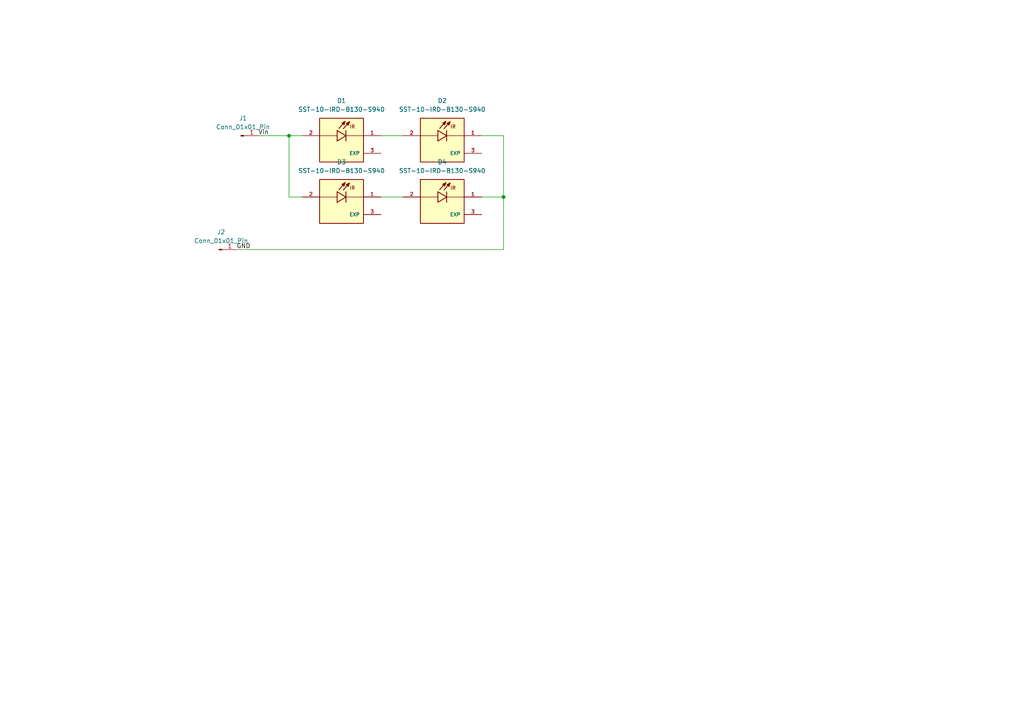
<source format=kicad_sch>
(kicad_sch (version 20230121) (generator eeschema)
  (paper "A4")
  (lib_symbols
    (symbol "Connector:Conn_01x01_Pin" (pin_names (offset 1.016) hide)
      (property "Reference" "J" (at 0 2.54 0))
      (property "Value" "Conn_01x01_Pin" (at 0 -2.54 0))
      (symbol "Conn_01x01_Pin_1_1"
        (polyline (pts (xy 1.27 0) (xy 0.8636 0)) (stroke (width 0.1524)))
        (rectangle (start 0.8636 0.127) (end 0 -0.127) (stroke (width 0.1524)) (fill (type outline)))
        (pin passive line (at 5.08 0 180) (length 3.81) (name "Pin_1") (number "1"))
      )
    )
    (symbol "SST-10-IRD-B130-S940:SST-10-IRD-B130-S940" (pin_names (offset 1.016))
      (property "Reference" "D" (at -7.62 6.35 0))
      (property "Value" "SST-10-IRD-B130-S940" (at -7.62 -8.89 0))
      (symbol "SST-10-IRD-B130-S940_0_0"
        (rectangle (start -7.62 -7.62) (end 5.08 5.08) (stroke (width 0.254)) (fill (type background)))
        (polyline (pts (xy -2.54 -1.524) (xy 0 0)) (stroke (width 0.254)))
        (polyline (pts (xy -2.54 0) (xy -7.62 0)) (stroke (width 0.1524)))
        (polyline (pts (xy -2.54 0) (xy -2.54 -1.524)) (stroke (width 0.254)))
        (polyline (pts (xy -2.54 1.524) (xy -2.54 0)) (stroke (width 0.254)))
        (polyline (pts (xy -1.1176 3.683) (xy -0.2286 4.1656)) (stroke (width 0.254)))
        (polyline (pts (xy -0.9398 3.6068) (xy -0.7112 3.7592)) (stroke (width 0.254)))
        (polyline (pts (xy -0.5588 3.2004) (xy -1.1176 3.683)) (stroke (width 0.254)))
        (polyline (pts (xy -0.5588 3.2004) (xy -0.5334 3.937)) (stroke (width 0.254)))
        (polyline (pts (xy -0.5334 3.937) (xy -0.6604 3.937)) (stroke (width 0.254)))
        (polyline (pts (xy -0.2286 4.1656) (xy -2.0066 2.1336)) (stroke (width 0.254)))
        (polyline (pts (xy -0.2286 4.1656) (xy -0.5588 3.2004)) (stroke (width 0.254)))
        (polyline (pts (xy 0 0) (xy -2.54 1.524)) (stroke (width 0.254)))
        (polyline (pts (xy 0 0) (xy 0 -1.524)) (stroke (width 0.254)))
        (polyline (pts (xy 0 1.524) (xy 0 0)) (stroke (width 0.254)))
        (polyline (pts (xy 0.127 3.5814) (xy 1.016 4.064)) (stroke (width 0.254)))
        (polyline (pts (xy 0.3048 3.5052) (xy 0.5334 3.6576)) (stroke (width 0.254)))
        (polyline (pts (xy 0.6858 3.0988) (xy 0.127 3.5814)) (stroke (width 0.254)))
        (polyline (pts (xy 0.6858 3.0988) (xy 0.7112 3.8354)) (stroke (width 0.254)))
        (polyline (pts (xy 0.7112 3.8354) (xy 0.5842 3.8354)) (stroke (width 0.254)))
        (polyline (pts (xy 1.016 4.064) (xy -0.762 2.032)) (stroke (width 0.254)))
        (polyline (pts (xy 1.016 4.064) (xy 0.6858 3.0988)) (stroke (width 0.254)))
        (polyline (pts (xy 5.08 0) (xy 0 0)) (stroke (width 0.1524)))
        (text "IR" (at 1.016 2.032 0) (effects (font (size 1.016 1.016)) (justify left bottom)))
        (pin passive line (at 10.16 0 180) (length 5.08) (name "~") (number "1"))
        (pin passive line (at -12.7 0 0) (length 5.08) (name "~") (number "2"))
        (pin passive line (at 10.16 -5.08 180) (length 5.08) (name "EXP") (number "3"))
      )
    )
  )
  (junction (at 146.05 57.15))
  (junction (at 83.82 39.37))
  (wire (pts (xy 87.63 57.15) (xy 83.82 57.15)))
  (wire (pts (xy 139.7 57.15) (xy 146.05 57.15)))
  (wire (pts (xy 74.93 39.37) (xy 83.82 39.37)))
  (wire (pts (xy 68.58 72.39) (xy 146.05 72.39)))
  (wire (pts (xy 139.7 39.37) (xy 146.05 39.37)))
  (wire (pts (xy 83.82 39.37) (xy 87.63 39.37)))
  (wire (pts (xy 146.05 57.15) (xy 146.05 72.39)))
  (wire (pts (xy 83.82 57.15) (xy 83.82 39.37)))
  (wire (pts (xy 110.49 39.37) (xy 116.84 39.37)))
  (wire (pts (xy 146.05 39.37) (xy 146.05 57.15)))
  (wire (pts (xy 110.49 57.15) (xy 116.84 57.15)))
  (label "GND" (at 68.58 72.39 0))
  (label "Vin" (at 74.93 39.37 0))
  (symbol (lib_id "SST-10-IRD-B130-S940:SST-10-IRD-B130-S940") (at 100.33 57.15 0) (unit 1)
    (property "Reference" "D3" (at 99.06 46.99 0))
    (property "Value" "SST-10-IRD-B130-S940" (at 99.06 49.53 0))
    (property "Footprint" "SST-10-IRD-B130-S940:XLAMP XE-G" (effects hide))
    (property "MF" "Luminus Devices Inc." (effects hide))
    (property "MAXIMUM_PACKAGE_HEIGHT" "2.03 mm" (effects hide))
    (property "Package" "None" (effects hide))
    (property "Price" "None" (effects hide))
    (property "Check_prices" "https://www.snapeda.com/parts/SST-10-IRD-B130-S940/Luminus+Devices+Inc./view-part/?ref=eda" (effects hide))
    (property "STANDARD" "Manufacturer Recommendations" (effects hide))
    (property "PARTREV" "01" (effects hide))
    (property "SnapEDA_Link" "https://www.snapeda.com/parts/SST-10-IRD-B130-S940/Luminus+Devices+Inc./view-part/?ref=snap" (effects hide))
    (property "MP" "SST-10-IRD-B130-S940" (effects hide))
    (property "Purchase-URL" "https://www.snapeda.com/api/url_track_click_mouser/?unipart_id=4889797&manufacturer=Luminus Devices Inc.&part_name=SST-10-IRD-B130-S940&search_term=None" (effects hide))
    (property "Description" "\nInfrared (IR) Emitter 950nm 2.8V 1.5A 410mW/sr @ 1A (Typ) 130° 1414 (3535 Metric)\n" (effects hide))
    (property "Availability" "In Stock" (effects hide))
    (property "MANUFACTURER" "Luminus" (effects hide))
  )
  (symbol (lib_id "SST-10-IRD-B130-S940:SST-10-IRD-B130-S940") (at 129.54 57.15 0) (unit 1)
    (property "Reference" "D4" (at 128.27 46.99 0))
    (property "Value" "SST-10-IRD-B130-S940" (at 128.27 49.53 0))
    (property "Footprint" "SST-10-IRD-B130-S940:XLAMP XE-G" (effects hide))
    (property "MF" "Luminus Devices Inc." (effects hide))
    (property "MAXIMUM_PACKAGE_HEIGHT" "2.03 mm" (effects hide))
    (property "Package" "None" (effects hide))
    (property "Price" "None" (effects hide))
    (property "Check_prices" "https://www.snapeda.com/parts/SST-10-IRD-B130-S940/Luminus+Devices+Inc./view-part/?ref=eda" (effects hide))
    (property "STANDARD" "Manufacturer Recommendations" (effects hide))
    (property "PARTREV" "01" (effects hide))
    (property "SnapEDA_Link" "https://www.snapeda.com/parts/SST-10-IRD-B130-S940/Luminus+Devices+Inc./view-part/?ref=snap" (effects hide))
    (property "MP" "SST-10-IRD-B130-S940" (effects hide))
    (property "Purchase-URL" "https://www.snapeda.com/api/url_track_click_mouser/?unipart_id=4889797&manufacturer=Luminus Devices Inc.&part_name=SST-10-IRD-B130-S940&search_term=None" (effects hide))
    (property "Description" "\nInfrared (IR) Emitter 950nm 2.8V 1.5A 410mW/sr @ 1A (Typ) 130° 1414 (3535 Metric)\n" (effects hide))
    (property "Availability" "In Stock" (effects hide))
    (property "MANUFACTURER" "Luminus" (effects hide))
  )
  (symbol (lib_id "Connector:Conn_01x01_Pin") (at 69.85 39.37 0) (unit 1)
    (property "Reference" "J1" (at 70.485 34.29 0))
    (property "Value" "Conn_01x01_Pin" (at 70.485 36.83 0))
    (property "Footprint" "Connector_PinHeader_1.00mm:PinHeader_1x01_P1.00mm_Vertical" (effects hide))
  )
  (symbol (lib_id "SST-10-IRD-B130-S940:SST-10-IRD-B130-S940") (at 100.33 39.37 0) (unit 1)
    (property "Reference" "D1" (at 99.06 29.21 0))
    (property "Value" "SST-10-IRD-B130-S940" (at 99.06 31.75 0))
    (property "Footprint" "SST-10-IRD-B130-S940:XLAMP XE-G" (effects hide))
    (property "MF" "Luminus Devices Inc." (effects hide))
    (property "MAXIMUM_PACKAGE_HEIGHT" "2.03 mm" (effects hide))
    (property "Package" "None" (effects hide))
    (property "Price" "None" (effects hide))
    (property "Check_prices" "https://www.snapeda.com/parts/SST-10-IRD-B130-S940/Luminus+Devices+Inc./view-part/?ref=eda" (effects hide))
    (property "STANDARD" "Manufacturer Recommendations" (effects hide))
    (property "PARTREV" "01" (effects hide))
    (property "SnapEDA_Link" "https://www.snapeda.com/parts/SST-10-IRD-B130-S940/Luminus+Devices+Inc./view-part/?ref=snap" (effects hide))
    (property "MP" "SST-10-IRD-B130-S940" (effects hide))
    (property "Purchase-URL" "https://www.snapeda.com/api/url_track_click_mouser/?unipart_id=4889797&manufacturer=Luminus Devices Inc.&part_name=SST-10-IRD-B130-S940&search_term=None" (effects hide))
    (property "Description" "\nInfrared (IR) Emitter 950nm 2.8V 1.5A 410mW/sr @ 1A (Typ) 130° 1414 (3535 Metric)\n" (effects hide))
    (property "Availability" "In Stock" (effects hide))
    (property "MANUFACTURER" "Luminus" (effects hide))
  )
  (symbol (lib_id "SST-10-IRD-B130-S940:SST-10-IRD-B130-S940") (at 129.54 39.37 0) (unit 1)
    (property "Reference" "D2" (at 128.27 29.21 0))
    (property "Value" "SST-10-IRD-B130-S940" (at 128.27 31.75 0))
    (property "Footprint" "SST-10-IRD-B130-S940:XLAMP XE-G" (effects hide))
    (property "MF" "Luminus Devices Inc." (effects hide))
    (property "MAXIMUM_PACKAGE_HEIGHT" "2.03 mm" (effects hide))
    (property "Package" "None" (effects hide))
    (property "Price" "None" (effects hide))
    (property "Check_prices" "https://www.snapeda.com/parts/SST-10-IRD-B130-S940/Luminus+Devices+Inc./view-part/?ref=eda" (effects hide))
    (property "STANDARD" "Manufacturer Recommendations" (effects hide))
    (property "PARTREV" "01" (effects hide))
    (property "SnapEDA_Link" "https://www.snapeda.com/parts/SST-10-IRD-B130-S940/Luminus+Devices+Inc./view-part/?ref=snap" (effects hide))
    (property "MP" "SST-10-IRD-B130-S940" (effects hide))
    (property "Purchase-URL" "https://www.snapeda.com/api/url_track_click_mouser/?unipart_id=4889797&manufacturer=Luminus Devices Inc.&part_name=SST-10-IRD-B130-S940&search_term=None" (effects hide))
    (property "Description" "\nInfrared (IR) Emitter 950nm 2.8V 1.5A 410mW/sr @ 1A (Typ) 130° 1414 (3535 Metric)\n" (effects hide))
    (property "Availability" "In Stock" (effects hide))
    (property "MANUFACTURER" "Luminus" (effects hide))
  )
  (symbol (lib_id "Connector:Conn_01x01_Pin") (at 63.5 72.39 0) (unit 1)
    (property "Reference" "J2" (at 64.135 67.31 0))
    (property "Value" "Conn_01x01_Pin" (at 64.135 69.85 0))
    (property "Footprint" "Connector_PinHeader_1.00mm:PinHeader_1x01_P1.00mm_Vertical" (effects hide))
  )
)
</source>
